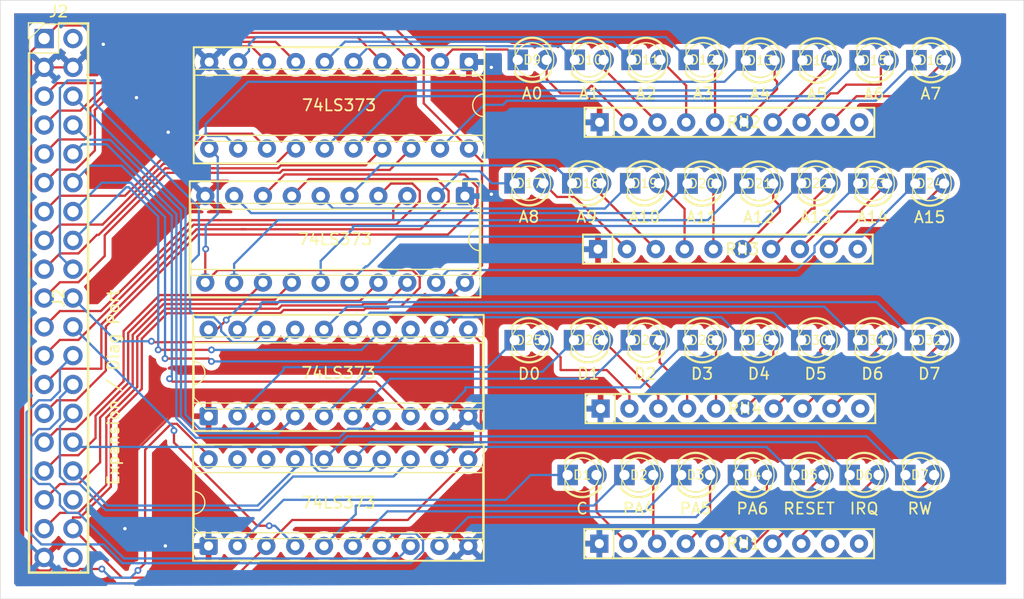
<source format=kicad_pcb>
(kicad_pcb (version 20241229) (generator "pcbnew") (generator_version "9.0")
  (layers (0 "F.Cu" signal) (2 "B.Cu" signal) (13 "F.Paste" user) (15 "B.Paste" user) (5 "F.SilkS" user "F.Silkscreen") (7 "B.SilkS" user "B.Silkscreen") (1 "F.Mask" user) (3 "B.Mask" user) (25 "Edge.Cuts" user))
  (net 0 "")
  (net 1 "Net-(D1-A)")
  (net 2 "Net-(D1-K)")
  (net 3 "Net-(D2-A)")
  (net 4 "Net-(D2-K)")
  (net 5 "Net-(D3-K)")
  (net 6 "Net-(D3-A)")
  (net 7 "Net-(D4-A)")
  (net 8 "Net-(D4-K)")
  (net 9 "Net-(D5-K)")
  (net 10 "Net-(D5-A)")
  (net 11 "Net-(D6-A)")
  (net 12 "Net-(D6-K)")
  (net 13 "Net-(D7-A)")
  (net 14 "Net-(D7-K)")
  (net 15 "Net-(D9-A)")
  (net 16 "Net-(D9-K)")
  (net 17 "Net-(D10-K)")
  (net 18 "Net-(D10-A)")
  (net 19 "Net-(D11-K)")
  (net 20 "Net-(D11-A)")
  (net 21 "Net-(D12-K)")
  (net 22 "Net-(D12-A)")
  (net 23 "Net-(D13-K)")
  (net 24 "Net-(D13-A)")
  (net 25 "Net-(D14-K)")
  (net 26 "Net-(D14-A)")
  (net 27 "Net-(D15-A)")
  (net 28 "Net-(D15-K)")
  (net 29 "Net-(D16-K)")
  (net 30 "Net-(D16-A)")
  (net 31 "Net-(D17-K)")
  (net 32 "Net-(D17-A)")
  (net 33 "Net-(D18-A)")
  (net 34 "Net-(D18-K)")
  (net 35 "Net-(D19-K)")
  (net 36 "Net-(D19-A)")
  (net 37 "Net-(D20-K)")
  (net 38 "Net-(D20-A)")
  (net 39 "Net-(D21-K)")
  (net 40 "Net-(D21-A)")
  (net 41 "Net-(D22-K)")
  (net 42 "Net-(D22-A)")
  (net 43 "Net-(D23-A)")
  (net 44 "Net-(D23-K)")
  (net 45 "Net-(D24-A)")
  (net 46 "Net-(D24-K)")
  (net 47 "Net-(D25-A)")
  (net 48 "Net-(D25-K)")
  (net 49 "Net-(D26-K)")
  (net 50 "Net-(D26-A)")
  (net 51 "Net-(D27-K)")
  (net 52 "Net-(D27-A)")
  (net 53 "Net-(D28-K)")
  (net 54 "Net-(D28-A)")
  (net 55 "Net-(D29-K)")
  (net 56 "Net-(D29-A)")
  (net 57 "Net-(D30-A)")
  (net 58 "Net-(D30-K)")
  (net 59 "Net-(D31-K)")
  (net 60 "Net-(D31-A)")
  (net 61 "Net-(D32-K)")
  (net 62 "Net-(D32-A)")
  (net 63 "A3")
  (net 64 "RW")
  (net 65 "D5")
  (net 66 "D6")
  (net 67 "A12")
  (net 68 "D3")
  (net 69 "GND")
  (net 70 "IRQ")
  (net 71 "A13")
  (net 72 "A15")
  (net 73 "D7")
  (net 74 "A0")
  (net 75 "PA4")
  (net 76 "D4")
  (net 77 "A10")
  (net 78 "A8")
  (net 79 "PA5")
  (net 80 "A14")
  (net 81 "A7")
  (net 82 "D0")
  (net 83 "A5")
  (net 84 "D2")
  (net 85 "VCC")
  (net 86 "D1")
  (net 87 "3.3v")
  (net 88 "clock")
  (net 89 "Reset")
  (net 90 "A9")
  (net 91 "A2")
  (net 92 "A11")
  (net 93 "A6")
  (net 94 "A4")
  (net 95 "PA6")
  (net 96 "A1")
  (footprint "Package_DIP:DIP-20_W7.62mm_Socket" (layer "F.Cu") (at 89.513 76.825 90)
    (property "Reference" "U4" (hide yes))
    (property "Value" "74LS373")
  )
  (footprint "LED_THT:LED_D3.0mm" (layer "F.Cu") (at 131.775 34)
    (property "Reference" "D12" (hide yes))
    (property "Value" "A3")
  )
  (footprint "LED_THT:LED_D3.0mm" (layer "F.Cu") (at 141.7 44.875)
    (property "Reference" "D22" (hide yes))
    (property "Value" "A13")
  )
  (footprint "LED_THT:LED_D3.0mm" (layer "F.Cu") (at 121.75 34)
    (property "Reference" "D10" (hide yes))
    (property "Value" "A1")
  )
  (footprint "LED_THT:LED_D3.0mm" (layer "F.Cu") (at 126.75 34)
    (property "Reference" "D11" (hide yes))
    (property "Value" "A2")
  )
  (footprint "LED_THT:LED_D3.0mm" (layer "F.Cu") (at 141.8 34.05)
    (property "Reference" "D14" (hide yes))
    (property "Value" "A5")
  )
  (footprint "LED_THT:LED_D3.0mm" (layer "F.Cu") (at 136.685 58.7)
    (property "Reference" "D29" (hide yes))
    (property "Value" "D4")
  )
  (footprint "LED_THT:LED_D3.0mm" (layer "F.Cu") (at 146.685 58.7)
    (property "Reference" "D31" (hide yes))
    (property "Value" "D6")
  )
  (footprint "LED_THT:LED_D3.0mm" (layer "F.Cu") (at 126.12 70.575)
    (property "Reference" "D2" (hide yes))
    (property "Value" "PA4")
  )
  (footprint "Package_DIP:DIP-20_W7.62mm_Socket" (layer "F.Cu") (at 112.43 34.19 -90)
    (property "Reference" "U1" (hide yes))
    (property "Value" "74LS373")
  )
  (footprint "LED_THT:LED_D3.0mm" (layer "F.Cu") (at 145.95 70.575)
    (property "Reference" "D6" (hide yes))
    (property "Value" "IRQ")
  )
  (footprint "LED_THT:LED_D3.0mm" (layer "F.Cu") (at 121.12 70.575)
    (property "Reference" "D1" (hide yes))
    (property "Value" "C")
  )
  (footprint "Resistor_THT:R_Array_SIP10" (layer "F.Cu") (at 123.91 76.625)
    (property "Reference" "RN1" (hide yes))
    (property "Value" "R_Network09" (hide yes))
  )
  (footprint "LED_THT:LED_D3.0mm" (layer "F.Cu") (at 116.73 34)
    (property "Reference" "D9" (hide yes))
    (property "Value" "A0")
  )
  (footprint "LED_THT:LED_D3.0mm" (layer "F.Cu") (at 126.625 44.875)
    (property "Reference" "D19" (hide yes))
    (property "Value" "A10")
  )
  (footprint "LED_THT:LED_D3.0mm" (layer "F.Cu") (at 141.685 58.7)
    (property "Reference" "D30" (hide yes))
    (property "Value" "D5")
  )
  (footprint "LED_THT:LED_D3.0mm" (layer "F.Cu") (at 116.455 58.7)
    (property "Reference" "D25" (hide yes))
    (property "Value" "D0")
  )
  (footprint "LED_THT:LED_D3.0mm" (layer "F.Cu") (at 131.675 44.9)
    (property "Reference" "D20" (hide yes))
    (property "Value" "A11")
  )
  (footprint "LED_THT:LED_D3.0mm" (layer "F.Cu") (at 131.12 70.575)
    (property "Reference" "D3" (hide yes))
    (property "Value" "PA5")
  )
  (footprint "Resistor_THT:R_Array_SIP10" (layer "F.Cu") (at 123.935 39.5)
    (property "Reference" "RN2" (hide yes))
    (property "Value" "R_Network09" (hide yes))
  )
  (footprint "LED_THT:LED_D3.0mm" (layer "F.Cu") (at 126.685 58.7)
    (property "Reference" "D27" (hide yes))
    (property "Value" "D2")
  )
  (footprint "Package_DIP:DIP-20_W7.62mm_Socket" (layer "F.Cu") (at 89.513 65.395 90)
    (property "Reference" "UPackage_DIP:DIP-20_W7.62mm_Socket1" (hide yes))
    (property "Value" "74LS373")
  )
  (footprint "LED_THT:LED_D3.0mm" (layer "F.Cu") (at 121.685 58.7)
    (property "Reference" "D26" (hide yes))
    (property "Value" "D1")
  )
  (footprint "LED_THT:LED_D3.0mm" (layer "F.Cu") (at 150.85 70.575)
    (property "Reference" "D7" (hide yes))
    (property "Value" "RW")
  )
  (footprint "LED_THT:LED_D3.0mm" (layer "F.Cu") (at 151.685 58.7)
    (property "Reference" "D32" (hide yes))
    (property "Value" "D7")
  )
  (footprint "LED_THT:LED_D3.0mm" (layer "F.Cu") (at 136.8 34.05)
    (property "Reference" "D13" (hide yes))
    (property "Value" "A4")
  )
  (footprint "LED_THT:LED_D3.0mm" (layer "F.Cu") (at 136.12 70.575)
    (property "Reference" "D4" (hide yes))
    (property "Value" "PA6")
  )
  (footprint "Resistor_THT:R_Array_SIP10" (layer "F.Cu") (at 123.795 50.675)
    (property "Reference" "RN3" (hide yes))
    (property "Value" "R_Network09" (hide yes))
  )
  (footprint "LED_THT:LED_D3.0mm" (layer "F.Cu") (at 151.825 34.025)
    (property "Reference" "D16" (hide yes))
    (property "Value" "A7")
  )
  (footprint "Connector_PinHeader_2.54mm:PinHeader_2x19_P2.54mm_Vertical" (layer "F.Cu") (at 75.035 32.121)
    (property "Reference" "J2")
    (property "Value" "Expansion / Diag Port")
  )
  (footprint "LED_THT:LED_D3.0mm" (layer "F.Cu") (at 131.685 58.7)
    (property "Reference" "D28" (hide yes))
    (property "Value" "D3")
  )
  (footprint "LED_THT:LED_D3.0mm" (layer "F.Cu") (at 146.705 44.9)
    (property "Reference" "D23" (hide yes))
    (property "Value" "A14")
  )
  (footprint "LED_THT:LED_D3.0mm" (layer "F.Cu") (at 116.45 44.875)
    (property "Reference" "D17" (hide yes))
    (property "Value" "A8")
  )
  (footprint "LED_THT:LED_D3.0mm" (layer "F.Cu") (at 141.1 70.575)
    (property "Reference" "D5" (hide yes))
    (property "Value" "RESET")
  )
  (footprint "LED_THT:LED_D3.0mm" (layer "F.Cu") (at 136.68 44.9)
    (property "Reference" "D21" (hide yes))
    (property "Value" "A12")
  )
  (footprint "LED_THT:LED_D3.0mm" (layer "F.Cu") (at 146.825 34.05)
    (property "Reference" "D15" (hide yes))
    (property "Value" "A6")
  )
  (footprint "LED_THT:LED_D3.0mm" (layer "F.Cu") (at 121.525 44.875)
    (property "Reference" "D18" (hide yes))
    (property "Value" "A9")
  )
  (footprint "Package_DIP:DIP-20_W7.62mm_Socket" (layer "F.Cu") (at 112.08 46 -90)
    (property "Reference" "U2" (hide yes))
    (property "Value" "74LS373")
  )
  (footprint "Resistor_THT:R_Array_SIP10" (layer "F.Cu") (at 124.02 64.725)
    (property "Reference" "RN4" (hide yes))
    (property "Value" "R_Network09" (hide yes))
  )
  (footprint "LED_THT:LED_D3.0mm" (layer "F.Cu") (at 151.725 44.9)
    (property "Reference" "D24" (hide yes))
    (property "Value" "A15")
  )
  (gr_rect (start 72.5 30) (end 159.617 80.127) (stroke (width 0.2)) (fill no) (layer "F.Cu") (net 69))
  (gr_rect (start 72.5 30) (end 159.617 80.127) (stroke (width 0.2)) (fill no) (layer "B.Cu") (net 69))
  (gr_rect (start 71.175 28.75) (end 161.275 81.5) (stroke (width 0.05)) (fill no) (layer "Edge.Cuts"))
  (segment (start 123.66 73.835) (end 126.45 76.625) (width 0.2) (layer "F.Cu") (net 1))
  (segment (start 123.66 70.575) (end 123.66 73.835) (width 0.2) (layer "F.Cu") (net 1))
  (segment (start 117.861 70.575) (end 115.675 72.761) (width 0.2) (layer "B.Cu") (net 2))
  (segment (start 96.117 72.761) (end 92.053 76.825) (width 0.2) (layer "B.Cu") (net 2))
  (segment (start 121.12 70.575) (end 117.861 70.575) (width 0.2) (layer "B.Cu") (net 2))
  (segment (start 115.675 72.761) (end 96.117 72.761) (width 0.2) (layer "B.Cu") (net 2))
  (segment (start 128.66 70.575) (end 128.66 76.295) (width 0.2) (layer "F.Cu") (net 3))
  (segment (start 128.66 76.295) (end 128.99 76.625) (width 0.2) (layer "F.Cu") (net 3))
  (segment (start 126.12 70.575) (end 123.426 73.269) (width 0.2) (layer "B.Cu") (net 4))
  (segment (start 123.426 73.269) (end 102.467 73.269) (width 0.2) (layer "B.Cu") (net 4))
  (segment (start 102.467 74.031) (end 99.673 76.825) (width 0.2) (layer "B.Cu") (net 4))
  (segment (start 102.467 73.269) (end 102.467 74.031) (width 0.2) (layer "B.Cu") (net 4))
  (segment (start 105.261 73.777) (end 102.213 76.825) (width 0.2) (layer "B.Cu") (net 5))
  (segment (start 131.12 70.575) (end 127.918 73.777) (width 0.2) (layer "B.Cu") (net 5))
  (segment (start 127.918 73.777) (end 105.261 73.777) (width 0.2) (layer "B.Cu") (net 5))
  (segment (start 133.66 74.495) (end 131.53 76.625) (width 0.2) (layer "F.Cu") (net 6))
  (segment (start 133.66 70.575) (end 133.66 74.495) (width 0.2) (layer "F.Cu") (net 6))
  (segment (start 138.66 72.035) (end 134.07 76.625) (width 0.2) (layer "F.Cu") (net 7))
  (segment (start 138.66 70.575) (end 138.66 72.035) (width 0.2) (layer "F.Cu") (net 7))
  (segment (start 112.373 74.285) (end 109.833 76.825) (width 0.2) (layer "B.Cu") (net 8))
  (segment (start 136.12 70.575) (end 132.41 74.285) (width 0.2) (layer "B.Cu") (net 8))
  (segment (start 132.41 74.285) (end 112.373 74.285) (width 0.2) (layer "B.Cu") (net 8))
  (segment (start 138.629 68.104) (end 110.934 68.104) (width 0.2) (layer "B.Cu") (net 9))
  (segment (start 110.934 68.104) (end 109.833 69.205) (width 0.2) (layer "B.Cu") (net 9))
  (segment (start 141.1 70.575) (end 138.629 68.104) (width 0.2) (layer "B.Cu") (net 9))
  (segment (start 143.64 70.575) (end 137.59 76.625) (width 0.2) (layer "F.Cu") (net 10))
  (segment (start 137.59 76.625) (end 136.61 76.625) (width 0.2) (layer "F.Cu") (net 10))
  (segment (start 141.998 73.777) (end 145.288 73.777) (width 0.2) (layer "F.Cu") (net 11))
  (segment (start 145.288 73.777) (end 148.49 70.575) (width 0.2) (layer "F.Cu") (net 11))
  (segment (start 139.15 76.625) (end 141.998 73.777) (width 0.2) (layer "F.Cu") (net 11))
  (segment (start 145.95 70.575) (end 143.056 67.681) (width 0.2) (layer "B.Cu") (net 12))
  (segment (start 103.737 67.681) (end 102.213 69.205) (width 0.2) (layer "B.Cu") (net 12))
  (segment (start 143.056 67.681) (end 103.737 67.681) (width 0.2) (layer "B.Cu") (net 12))
  (segment (start 149.426 74.539) (end 153.39 70.575) (width 0.2) (layer "F.Cu") (net 13))
  (segment (start 141.69 75.956) (end 143.107 74.539) (width 0.2) (layer "F.Cu") (net 13))
  (segment (start 141.69 76.625) (end 141.69 75.956) (width 0.2) (layer "F.Cu") (net 13))
  (segment (start 143.107 74.539) (end 149.426 74.539) (width 0.2) (layer "F.Cu") (net 13))
  (segment (start 150.85 70.575) (end 147.448 67.173) (width 0.2) (layer "B.Cu") (net 14))
  (segment (start 101.705 67.173) (end 99.673 69.205) (width 0.2) (layer "B.Cu") (net 14))
  (segment (start 147.448 67.173) (end 101.705 67.173) (width 0.2) (layer "B.Cu") (net 14))
  (segment (start 120.501 36.947) (end 119.27 35.716) (width 0.2) (layer "F.Cu") (net 15))
  (segment (start 122.533 36.947) (end 120.501 36.947) (width 0.2) (layer "F.Cu") (net 15))
  (segment (start 126.475 39.5) (end 123.263 36.288) (width 0.2) (layer "F.Cu") (net 15))
  (segment (start 119.27 35.716) (end 119.27 34) (width 0.2) (layer "F.Cu") (net 15))
  (segment (start 123.192 36.288) (end 122.533 36.947) (width 0.2) (layer "F.Cu") (net 15))
  (segment (start 123.263 36.288) (end 123.192 36.288) (width 0.2) (layer "F.Cu") (net 15))
  (segment (start 110.991 33.089) (end 115.819 33.089) (width 0.2) (layer "F.Cu") (net 16))
  (segment (start 109.89 34.19) (end 110.991 33.089) (width 0.2) (layer "F.Cu") (net 16))
  (segment (start 115.819 33.089) (end 116.73 34) (width 0.2) (layer "F.Cu") (net 16))
  (segment (start 121.75 34) (end 120.549 32.799) (width 0.2) (layer "B.Cu") (net 17))
  (segment (start 103.661 32.799) (end 102.27 34.19) (width 0.2) (layer "B.Cu") (net 17))
  (segment (start 120.549 32.799) (end 103.661 32.799) (width 0.2) (layer "B.Cu") (net 17))
  (segment (start 129.015 39.5) (end 124.29 34.775) (width 0.2) (layer "F.Cu") (net 18))
  (segment (start 124.29 34.775) (end 124.29 34) (width 0.2) (layer "F.Cu") (net 18))
  (segment (start 126.75 34) (end 125.148 32.398) (width 0.2) (layer "B.Cu") (net 19))
  (segment (start 125.148 32.398) (end 101.522 32.398) (width 0.2) (layer "B.Cu") (net 19))
  (segment (start 101.522 32.398) (end 99.73 34.19) (width 0.2) (layer "B.Cu") (net 19))
  (segment (start 131.555 36.265) (end 129.29 34) (width 0.2) (layer "F.Cu") (net 20))
  (segment (start 131.555 39.5) (end 131.555 36.265) (width 0.2) (layer "F.Cu") (net 20))
  (segment (start 129.772 31.997) (end 93.701 31.997) (width 0.2) (layer "B.Cu") (net 21))
  (segment (start 93.701 31.997) (end 93.069 32.629) (width 0.2) (layer "B.Cu") (net 21))
  (segment (start 93.069 32.629) (end 93.069 33.231) (width 0.2) (layer "B.Cu") (net 21))
  (segment (start 131.775 34) (end 129.772 31.997) (width 0.2) (layer "B.Cu") (net 21))
  (segment (start 93.069 33.231) (end 92.11 34.19) (width 0.2) (layer "B.Cu") (net 21))
  (segment (start 134.095 34.22) (end 134.315 34) (width 0.2) (layer "F.Cu") (net 22))
  (segment (start 134.095 39.5) (end 134.095 34.22) (width 0.2) (layer "F.Cu") (net 22))
  (segment (start 89.259 39.653057) (end 89.259 40.503) (width 0.2) (layer "B.Cu") (net 23))
  (segment (start 89.465 40.709) (end 91.009 40.709) (width 0.2) (layer "B.Cu") (net 23))
  (segment (start 89.259 40.503) (end 89.465 40.709) (width 0.2) (layer "B.Cu") (net 23))
  (segment (start 136.8 34.05) (end 134.919 35.931) (width 0.2) (layer "B.Cu") (net 23))
  (segment (start 91.009 40.709) (end 92.11 41.81) (width 0.2) (layer "B.Cu") (net 23))
  (segment (start 134.919 35.931) (end 92.981057 35.931) (width 0.2) (layer "B.Cu") (net 23))
  (segment (start 92.981057 35.931) (end 89.259 39.653057) (width 0.2) (layer "B.Cu") (net 23))
  (segment (start 136.635 39.5) (end 139.551 36.584) (width 0.2) (layer "F.Cu") (net 24))
  (segment (start 139.551 36.584) (end 139.551 35.931) (width 0.2) (layer "F.Cu") (net 24))
  (segment (start 139.34 35.72) (end 139.34 34.05) (width 0.2) (layer "F.Cu") (net 24))
  (segment (start 139.551 35.931) (end 139.34 35.72) (width 0.2) (layer "F.Cu") (net 24))
  (segment (start 139.157 36.693) (end 104.847 36.693) (width 0.2) (layer "B.Cu") (net 25))
  (segment (start 141.8 34.05) (end 139.157 36.693) (width 0.2) (layer "B.Cu") (net 25))
  (segment (start 104.847 36.693) (end 99.73 41.81) (width 0.2) (layer "B.Cu") (net 25))
  (segment (start 144.34 34.335) (end 144.34 34.05) (width 0.2) (layer "F.Cu") (net 26))
  (segment (start 139.175 39.5) (end 144.34 34.335) (width 0.2) (layer "F.Cu") (net 26))
  (segment (start 141.715 39.5) (end 144.268 36.947) (width 0.2) (layer "F.Cu") (net 27))
  (segment (start 148.695 36.185) (end 148.695 34.72) (width 0.2) (layer "F.Cu") (net 27))
  (segment (start 148.695 34.72) (end 149.365 34.05) (width 0.2) (layer "F.Cu") (net 27))
  (segment (start 144.885 36.947) (end 145.647 36.185) (width 0.2) (layer "F.Cu") (net 27))
  (segment (start 144.268 36.947) (end 144.885 36.947) (width 0.2) (layer "F.Cu") (net 27))
  (segment (start 145.647 36.185) (end 148.695 36.185) (width 0.2) (layer "F.Cu") (net 27))
  (segment (start 106.785 37.201) (end 106.277 37.709) (width 0.2) (layer "B.Cu") (net 28))
  (segment (start 143.674 37.201) (end 106.785 37.201) (width 0.2) (layer "B.Cu") (net 28))
  (segment (start 106.277 37.709) (end 106.277 37.803) (width 0.2) (layer "B.Cu") (net 28))
  (segment (start 106.277 37.803) (end 102.27 41.81) (width 0.2) (layer "B.Cu") (net 28))
  (segment (start 146.825 34.05) (end 143.674 37.201) (width 0.2) (layer "B.Cu") (net 28))
  (segment (start 148.248 37.602) (end 115.782 37.602) (width 0.2) (layer "B.Cu") (net 29))
  (segment (start 115.421 37.963) (end 113.737 37.963) (width 0.2) (layer "B.Cu") (net 29))
  (segment (start 113.737 37.963) (end 109.89 41.81) (width 0.2) (layer "B.Cu") (net 29))
  (segment (start 151.825 34.025) (end 148.248 37.602) (width 0.2) (layer "B.Cu") (net 29))
  (segment (start 115.782 37.602) (end 115.421 37.963) (width 0.2) (layer "B.Cu") (net 29))
  (segment (start 144.255 39.5) (end 146.554 37.201) (width 0.2) (layer "F.Cu") (net 30))
  (segment (start 151.189 37.201) (end 154.365 34.025) (width 0.2) (layer "F.Cu") (net 30))
  (segment (start 146.554 37.201) (end 151.189 37.201) (width 0.2) (layer "F.Cu") (net 30))
  (segment (start 111.735 43.805) (end 109.54 46) (width 0.2) (layer "B.Cu") (net 31))
  (segment (start 113.389 43.805) (end 111.735 43.805) (width 0.2) (layer "B.Cu") (net 31))
  (segment (start 114.459 44.875) (end 113.389 43.805) (width 0.2) (layer "B.Cu") (net 31))
  (segment (start 116.45 44.875) (end 114.459 44.875) (width 0.2) (layer "B.Cu") (net 31))
  (segment (start 120.191 46.076) (end 118.99 44.875) (width 0.2) (layer "F.Cu") (net 32))
  (segment (start 121.736 46.076) (end 120.191 46.076) (width 0.2) (layer "F.Cu") (net 32))
  (segment (start 126.335 50.675) (end 121.736 46.076) (width 0.2) (layer "F.Cu") (net 32))
  (segment (start 128.875 50.675) (end 124.065 45.865) (width 0.2) (layer "F.Cu") (net 33))
  (segment (start 124.065 45.865) (end 124.065 44.875) (width 0.2) (layer "F.Cu") (net 33))
  (segment (start 104.623 43.297) (end 101.92 46) (width 0.2) (layer "B.Cu") (net 34))
  (segment (start 119.947 43.297) (end 104.623 43.297) (width 0.2) (layer "B.Cu") (net 34))
  (segment (start 121.525 44.875) (end 119.947 43.297) (width 0.2) (layer "B.Cu") (net 34))
  (segment (start 100.481 47.101) (end 99.38 46) (width 0.2) (layer "B.Cu") (net 35))
  (segment (start 126.625 44.875) (end 124.399 47.101) (width 0.2) (layer "B.Cu") (net 35))
  (segment (start 124.399 47.101) (end 100.481 47.101) (width 0.2) (layer "B.Cu") (net 35))
  (segment (start 131.415 47.125) (end 129.165 44.875) (width 0.2) (layer "F.Cu") (net 36))
  (segment (start 131.415 50.675) (end 131.415 47.125) (width 0.2) (layer "F.Cu") (net 36))
  (segment (start 129.073 47.502) (end 93.262 47.502) (width 0.2) (layer "B.Cu") (net 37))
  (segment (start 93.262 47.502) (end 91.76 46) (width 0.2) (layer "B.Cu") (net 37))
  (segment (start 131.675 44.9) (end 129.073 47.502) (width 0.2) (layer "B.Cu") (net 37))
  (segment (start 133.955 50.675) (end 133.955 45.16) (width 0.2) (layer "F.Cu") (net 38))
  (segment (start 133.955 45.16) (end 134.215 44.9) (width 0.2) (layer "F.Cu") (net 38))
  (segment (start 136.68 44.9) (end 133.457 48.123) (width 0.2) (layer "B.Cu") (net 39))
  (segment (start 95.609 48.123) (end 91.76 51.972) (width 0.2) (layer "B.Cu") (net 39))
  (segment (start 91.76 51.972) (end 91.76 53.62) (width 0.2) (layer "B.Cu") (net 39))
  (segment (start 133.457 48.123) (end 95.609 48.123) (width 0.2) (layer "B.Cu") (net 39))
  (segment (start 139.22 46.268) (end 139.22 44.9) (width 0.2) (layer "F.Cu") (net 40))
  (segment (start 136.495 50.675) (end 139.805 47.365) (width 0.2) (layer "F.Cu") (net 40))
  (segment (start 139.805 47.365) (end 139.805 46.853) (width 0.2) (layer "F.Cu") (net 40))
  (segment (start 139.805 46.853) (end 139.22 46.268) (width 0.2) (layer "F.Cu") (net 40))
  (segment (start 141.7 44.875) (end 137.944 48.631) (width 0.2) (layer "B.Cu") (net 41))
  (segment (start 137.944 48.631) (end 102.213 48.631) (width 0.2) (layer "B.Cu") (net 41))
  (segment (start 99.38 51.718) (end 99.38 53.62) (width 0.2) (layer "B.Cu") (net 41))
  (segment (start 102.213 48.631) (end 102.213 48.885) (width 0.2) (layer "B.Cu") (net 41))
  (segment (start 102.213 48.885) (end 99.38 51.718) (width 0.2) (layer "B.Cu") (net 41))
  (segment (start 142.603 47.107) (end 142.853 47.107) (width 0.2) (layer "F.Cu") (net 42))
  (segment (start 142.853 47.107) (end 142.853 46.262) (width 0.2) (layer "F.Cu") (net 42))
  (segment (start 142.853 46.262) (end 144.24 44.875) (width 0.2) (layer "F.Cu") (net 42))
  (segment (start 139.035 50.675) (end 142.603 47.107) (width 0.2) (layer "F.Cu") (net 42))
  (segment (start 144.889 47.361) (end 146.917 47.361) (width 0.2) (layer "F.Cu") (net 43))
  (segment (start 146.917 47.361) (end 146.917 47.228) (width 0.2) (layer "F.Cu") (net 43))
  (segment (start 146.917 47.228) (end 149.245 44.9) (width 0.2) (layer "F.Cu") (net 43))
  (segment (start 141.575 50.675) (end 144.889 47.361) (width 0.2) (layer "F.Cu") (net 43))
  (segment (start 142.031 49.574) (end 106.096 49.574) (width 0.2) (layer "B.Cu") (net 44))
  (segment (start 106.096 49.574) (end 103.483 52.187) (width 0.2) (layer "B.Cu") (net 44))
  (segment (start 103.353 52.187) (end 101.92 53.62) (width 0.2) (layer "B.Cu") (net 44))
  (segment (start 146.705 44.9) (end 142.031 49.574) (width 0.2) (layer "B.Cu") (net 44))
  (segment (start 103.483 52.187) (end 103.353 52.187) (width 0.2) (layer "B.Cu") (net 44))
  (segment (start 151.235 48.123) (end 151.235 47.93) (width 0.2) (layer "F.Cu") (net 45))
  (segment (start 146.667 48.123) (end 151.235 48.123) (width 0.2) (layer "F.Cu") (net 45))
  (segment (start 144.115 50.675) (end 146.667 48.123) (width 0.2) (layer "F.Cu") (net 45))
  (segment (start 151.235 47.93) (end 154.265 44.9) (width 0.2) (layer "F.Cu") (net 45))
  (segment (start 141.28805 52.519) (end 110.641 52.519) (width 0.2) (layer "B.Cu") (net 46))
  (segment (start 147.051 49.574) (end 143.65895 49.574) (width 0.2) (layer "B.Cu") (net 46))
  (segment (start 151.725 44.9) (end 147.051 49.574) (width 0.2) (layer "B.Cu") (net 46))
  (segment (start 142.853 50.37995) (end 142.853 50.95405) (width 0.2) (layer "B.Cu") (net 46))
  (segment (start 143.65895 49.574) (end 142.853 50.37995) (width 0.2) (layer "B.Cu") (net 46))
  (segment (start 110.641 52.519) (end 109.54 53.62) (width 0.2) (layer "B.Cu") (net 46))
  (segment (start 142.853 50.95405) (end 141.28805 52.519) (width 0.2) (layer "B.Cu") (net 46))
  (segment (start 120.501 61.331) (end 120.501 60.206) (width 0.2) (layer "F.Cu") (net 47))
  (segment (start 120.501 60.206) (end 118.995 58.7) (width 0.2) (layer "F.Cu") (net 47))
  (segment (start 124.565 61.331) (end 120.501 61.331) (width 0.2) (layer "F.Cu") (net 47))
  (segment (start 126.56 63.326) (end 124.565 61.331) (width 0.2) (layer "F.Cu") (net 47))
  (segment (start 126.56 64.725) (end 126.56 63.326) (width 0.2) (layer "F.Cu") (net 47))
  (segment (start 116.455 58.7) (end 114.078 61.077) (width 0.2) (layer "B.Cu") (net 48))
  (segment (start 114.078 61.077) (end 96.117 61.077) (width 0.2) (layer "B.Cu") (net 48))
  (segment (start 96.117 61.077) (end 96.117 61.331) (width 0.2) (layer "B.Cu") (net 48))
  (segment (start 96.117 61.331) (end 92.053 65.395) (width 0.2) (layer "B.Cu") (net 48))
  (segment (start 103.229 61.839) (end 99.673 65.395) (width 0.2) (layer "B.Cu") (net 49))
  (segment (start 103.229 61.478) (end 103.229 61.839) (width 0.2) (layer "B.Cu") (net 49))
  (segment (start 118.907 61.478) (end 103.229 61.478) (width 0.2) (layer "B.Cu") (net 49))
  (segment (start 121.685 58.7) (end 118.907 61.478) (width 0.2) (layer "B.Cu") (net 49))
  (segment (start 129.1 63.575) (end 124.225 58.7) (width 0.2) (layer "F.Cu") (net 50))
  (segment (start 129.1 64.725) (end 129.1 63.575) (width 0.2) (layer "F.Cu") (net 50))
  (segment (start 105.515 62.093) (end 102.213 65.395) (width 0.2) (layer "B.Cu") (net 51))
  (segment (start 126.685 58.7) (end 123.292 62.093) (width 0.2) (layer "B.Cu") (net 51))
  (segment (start 123.292 62.093) (end 105.515 62.093) (width 0.2) (layer "B.Cu") (net 51))
  (segment (start 129.225 60.657) (end 129.225 58.7) (width 0.2) (layer "F.Cu") (net 52))
  (segment (start 131.64 64.725) (end 131.64 63.072) (width 0.2) (layer "F.Cu") (net 52))
  (segment (start 131.64 63.072) (end 129.225 60.657) (width 0.2) (layer "F.Cu") (net 52))
  (segment (start 112.119 62.855) (end 112.119 63.109) (width 0.2) (layer "B.Cu") (net 53))
  (segment (start 112.119 63.109) (end 109.833 65.395) (width 0.2) (layer "B.Cu") (net 53))
  (segment (start 131.685 58.7) (end 127.53 62.855) (width 0.2) (layer "B.Cu") (net 53))
  (segment (start 127.53 62.855) (end 112.119 62.855) (width 0.2) (layer "B.Cu") (net 53))
  (segment (start 134.18 64.725) (end 134.18 58.745) (width 0.2) (layer "F.Cu") (net 54))
  (segment (start 134.18 58.745) (end 134.225 58.7) (width 0.2) (layer "F.Cu") (net 54))
  (segment (start 110.934 56.674) (end 109.833 57.775) (width 0.2) (layer "B.Cu") (net 55))
  (segment (start 134.659 56.674) (end 110.934 56.674) (width 0.2) (layer "B.Cu") (net 55))
  (segment (start 136.685 58.7) (end 134.659 56.674) (width 0.2) (layer "B.Cu") (net 55))
  (segment (start 139.225 61.149) (end 139.225 58.7) (width 0.2) (layer "F.Cu") (net 56))
  (segment (start 138.789 62.656) (end 138.789 61.585) (width 0.2) (layer "F.Cu") (net 56))
  (segment (start 136.72 64.725) (end 138.789 62.656) (width 0.2) (layer "F.Cu") (net 56))
  (segment (start 138.789 61.585) (end 139.225 61.149) (width 0.2) (layer "F.Cu") (net 56))
  (segment (start 139.26 64.725) (end 143.361 60.624) (width 0.2) (layer "F.Cu") (net 57))
  (segment (start 143.361 59.564) (end 144.225 58.7) (width 0.2) (layer "F.Cu") (net 57))
  (segment (start 143.361 60.624) (end 143.361 59.564) (width 0.2) (layer "F.Cu") (net 57))
  (segment (start 141.685 58.7) (end 139.258 56.273) (width 0.2) (layer "B.Cu") (net 58))
  (segment (start 139.258 56.273) (end 103.715 56.273) (width 0.2) (layer "B.Cu") (net 58))
  (segment (start 103.715 56.273) (end 102.213 57.775) (width 0.2) (layer "B.Cu") (net 58))
  (segment (start 101.705 55.743) (end 99.673 57.775) (width 0.2) (layer "B.Cu") (net 59))
  (segment (start 143.728 55.743) (end 101.705 55.743) (width 0.2) (layer "B.Cu") (net 59))
  (segment (start 146.685 58.7) (end 143.728 55.743) (width 0.2) (layer "B.Cu") (net 59))
  (segment (start 145.448 61.077) (end 146.848 61.077) (width 0.2) (layer "F.Cu") (net 60))
  (segment (start 146.848 61.077) (end 149.225 58.7) (width 0.2) (layer "F.Cu") (net 60))
  (segment (start 141.8 64.725) (end 145.448 61.077) (width 0.2) (layer "F.Cu") (net 60))
  (segment (start 94.232 55.342) (end 94.085 55.489) (width 0.2) (layer "B.Cu") (net 61))
  (segment (start 94.085 55.743) (end 92.053 57.775) (width 0.2) (layer "B.Cu") (net 61))
  (segment (start 94.085 55.489) (end 94.085 55.743) (width 0.2) (layer "B.Cu") (net 61))
  (segment (start 151.685 58.7) (end 148.327 55.342) (width 0.2) (layer "B.Cu") (net 61))
  (segment (start 148.327 55.342) (end 94.232 55.342) (width 0.2) (layer "B.Cu") (net 61))
  (segment (start 144.34 64.725) (end 147.226 61.839) (width 0.2) (layer "F.Cu") (net 62))
  (segment (start 151.086 61.839) (end 154.225 58.7) (width 0.2) (layer "F.Cu") (net 62))
  (segment (start 147.226 61.839) (end 151.086 61.839) (width 0.2) (layer "F.Cu") (net 62))
  (segment (start 85.1071 32.816) (end 79.5 38.4231) (width 0.2) (layer "F.Cu") (net 63))
  (segment (start 94.65 34.19) (end 93.276 32.816) (width 0.2) (layer "F.Cu") (net 63))
  (segment (start 77.81376 43.67) (end 76.186 43.67) (width 0.2) (layer "F.Cu") (net 63))
  (segment (start 76.186 43.67) (end 75.035 44.821) (width 0.2) (layer "F.Cu") (net 63))
  (segment (start 79.5 41.98376) (end 77.81376 43.67) (width 0.2) (layer "F.Cu") (net 63))
  (segment (start 93.276 32.816) (end 85.1071 32.816) (width 0.2) (layer "F.Cu") (net 63))
  (segment (start 79.5 38.4231) (end 79.5 41.98376) (width 0.2) (layer "F.Cu") (net 63))
  (segment (start 97.133 69.967) (end 97.133 69.205) (width 0.2) (layer "B.Cu") (net 64))
  (segment (start 77.575 70.221) (end 80.623 73.269) (width 0.2) (layer "B.Cu") (net 64))
  (segment (start 93.831 73.269) (end 97.133 69.967) (width 0.2) (layer "B.Cu") (net 64))
  (segment (start 80.623 73.269) (end 93.831 73.269) (width 0.2) (layer "B.Cu") (net 64))
  (segment (start 89.762847 59.548847) (end 89.767 59.553) (width 0.2) (layer "F.Cu") (net 65))
  (segment (start 85.078 59.548847) (end 89.762847 59.548847) (width 0.2) (layer "F.Cu") (net 65))
  (via (at 85.078 59.548847) (size 0.6) (drill 0.3) (layers "F.Cu" "B.Cu") (net 65))
  (via (at 89.767 59.553) (size 0.6) (drill 0.3) (layers "F.Cu" "B.Cu") (net 65))
  (segment (start 102.975 59.553) (end 104.753 57.775) (width 0.2) (layer "B.Cu") (net 65))
  (segment (start 77.575 49.901) (end 82.254 45.222) (width 0.2) (layer "B.Cu") (net 65))
  (segment (start 92.307 59.553) (end 97.641 59.553) (width 0.2) (layer "B.Cu") (net 65))
  (segment (start 89.767 59.553) (end 92.307 59.553) (width 0.2) (layer "B.Cu") (net 65))
  (segment (start 97.641 59.553) (end 102.975 59.553) (width 0.2) (layer "B.Cu") (net 65))
  (segment (start 82.4889 45.222) (end 85.078 47.8111) (width 0.2) (layer "B.Cu") (net 65))
  (segment (start 85.078 47.8111) (end 85.078 59.548847) (width 0.2) (layer "B.Cu") (net 65))
  (segment (start 82.254 45.222) (end 82.4889 45.222) (width 0.2) (layer "B.Cu") (net 65))
  (segment (start 87.882 56.144) (end 88.412 56.674) (width 0.2) (layer "B.Cu") (net 66))
  (segment (start 76.424 51.29) (end 76.424 36.48624) (width 0.2) (layer "B.Cu") (net 66))
  (segment (start 90.614 57.89305) (end 91.59695 58.876) (width 0.2) (layer "B.Cu") (net 66))
  (segment (start 87.882 51.93895) (end 87.882 56.144) (width 0.2) (layer "B.Cu") (net 66))
  (segment (start 88.658 46.99505) (end 88.658 51.16295) (width 0.2) (layer "B.Cu") (net 66))
  (segment (start 77.575 52.441) (end 76.424 51.29) (width 0.2) (layer "B.Cu") (net 66))
  (segment (start 90.614 57.31895) (end 90.614 57.89305) (width 0.2) (layer "B.Cu") (net 66))
  (segment (start 89.96905 56.674) (end 90.614 57.31895) (width 0.2) (layer "B.Cu") (net 66))
  (segment (start 77.09824 35.812) (end 79.488 35.812) (width 0.2) (layer "B.Cu") (net 66))
  (segment (start 88.658 51.16295) (end 87.882 51.93895) (width 0.2) (layer "B.Cu") (net 66))
  (segment (start 96.032 58.876) (end 97.133 57.775) (width 0.2) (layer "B.Cu") (net 66))
  (segment (start 88.412 56.674) (end 89.96905 56.674) (width 0.2) (layer "B.Cu") (net 66))
  (segment (start 91.59695 58.876) (end 96.032 58.876) (width 0.2) (layer "B.Cu") (net 66))
  (segment (start 79.488 35.812) (end 79.488 37.82505) (width 0.2) (layer "B.Cu") (net 66))
  (segment (start 79.488 37.82505) (end 88.658 46.99505) (width 0.2) (layer "B.Cu") (net 66))
  (segment (start 76.424 36.48624) (end 77.09824 35.812) (width 0.2) (layer "B.Cu") (net 66))
  (segment (start 93.199 54.721) (end 94.3 53.62) (width 0.2) (layer "F.Cu") (net 67))
  (segment (start 75.035 67.681) (end 76.186 66.53) (width 0.2) (layer "F.Cu") (net 67))
  (segment (start 82.02955 62.31421) (end 82.02955 57.89245) (width 0.2) (layer "F.Cu") (net 67))
  (segment (start 82.02955 57.89245) (end 85.201 54.721) (width 0.2) (layer "F.Cu") (net 67))
  (segment (start 77.81376 66.53) (end 82.02955 62.31421) (width 0.2) (layer "F.Cu") (net 67))
  (segment (start 76.186 66.53) (end 77.81376 66.53) (width 0.2) (layer "F.Cu") (net 67))
  (segment (start 85.201 54.721) (end 93.199 54.721) (width 0.2) (layer "F.Cu") (net 67))
  (segment (start 104.245 62.347) (end 86.333 62.347) (width 0.2) (layer "F.Cu") (net 68))
  (segment (start 86.333 62.347) (end 86.079 62.093) (width 0.2) (layer "F.Cu") (net 68))
  (segment (start 107.293 65.395) (end 104.245 62.347) (width 0.2) (layer "F.Cu") (net 68))
  (via (at 86.079 62.093) (size 0.6) (drill 0.3) (layers "F.Cu" "B.Cu") (net 68))
  (segment (start 86.278 47.7411) (end 86.278 54.219) (width 0.2) (layer "B.Cu") (net 68))
  (segment (start 86.278 61.894) (end 86.079 62.093) (width 0.2) (layer "B.Cu") (net 68))
  (segment (start 86.278 54.219) (end 86.278 61.894) (width 0.2) (layer "B.Cu") (net 68))
  (segment (start 77.575 44.821) (end 79.06945 43.32655) (width 0.2) (layer "B.Cu") (net 68))
  (segment (start 79.06945 43.32655) (end 81.86345 43.32655) (width 0.2) (layer "B.Cu") (net 68))
  (segment (start 81.86345 43.32655) (end 86.278 47.7411) (width 0.2) (layer "B.Cu") (net 68))
  (segment (start 79.607 32.629) (end 80.242 32.629) (width 0.2) (layer "F.Cu") (net 69))
  (segment (start 75.035 34.661) (end 77.575 34.661) (width 0.2) (layer "F.Cu") (net 69))
  (segment (start 123.935 39.5) (end 119.13074 39.5) (width 0.2) (layer "F.Cu") (net 69))
  (segment (start 89.513 65.395) (end 86.211 65.395) (width 0.2) (layer "F.Cu") (net 69))
  (segment (start 86.211 65.395) (end 82.147 69.459) (width 0.2) (layer "F.Cu") (net 69))
  (segment (start 119.13074 39.5) (end 114.405 44.22574) (width 0.2) (layer "F.Cu") (net 69))
  (segment (start 89.513 76.825) (end 89.767 76.825) (width 0.2) (layer "F.Cu") (net 69))
  (segment (start 114.405 34.661) (end 119.244 39.5) (width 0.2) (layer "F.Cu") (net 69))
  (segment (start 119.244 39.5) (end 123.935 39.5) (width 0.2) (layer "F.Cu") (net 69))
  (segment (start 114.405 44.22574) (end 114.405 45.837) (width 0.2) (layer "F.Cu") (net 69))
  (segment (start 77.575 34.661) (end 79.607 32.629) (width 0.2) (layer "F.Cu") (net 69))
  (segment (start 82.147 69.459) (end 82.147 75.301) (width 0.2) (layer "F.Cu") (net 69))
  (via (at 85.703 76.825) (size 0.6) (drill 0.3) (layers "F.Cu" "B.Cu") (net 69))
  (via (at 85.957 40.376) (size 0.6) (drill 0.3) (layers "F.Cu" "B.Cu") (net 69))
  (via (at 82.147 75.301) (size 0.6) (drill 0.3) (layers "F.Cu" "B.Cu") (net 69))
  (via (at 114.405 34.661) (size 0.6) (drill 0.3) (layers "F.Cu" "B.Cu") (net 69))
  (via (at 80.242 32.629) (size 0.6) (drill 0.3) (layers "F.Cu" "B.Cu") (net 69))
  (via (at 114.405 45.837) (size 0.6) (drill 0.3) (layers "F.Cu" "B.Cu") (net 69))
  (via (at 83.163 37.328) (size 0.6) (drill 0.3) (layers "F.Cu" "B.Cu") (net 69))
  (segment (start 113.934 34.19) (end 114.405 34.661) (width 0.2) (layer "B.Cu") (net 69))
  (segment (start 113.897 45.837) (end 113.734 46) (width 0.2) (layer "B.Cu") (net 69))
  (segment (start 113.734 46) (end 112.08 46) (width 0.2) (layer "B.Cu") (net 69))
  (segment (start 112.43 34.19) (end 113.934 34.19) (width 0.2) (layer "B.Cu") (net 69))
  (segment (start 114.405 45.837) (end 113.897 45.837) (width 0.2) (layer "B.Cu") (net 69))
  (segment (start 103.652 70.306) (end 104.753 69.205) (width 0.2) (layer "B.Cu") (net 70))
  (segment (start 97.92705 68.104) (end 98.572 68.74895) (width 0.2) (layer "B.Cu") (net 70))
  (segment (start 77.575 67.681) (end 77.998 68.104) (width 0.2) (layer "B.Cu") (net 70))
  (segment (start 77.998 68.104) (end 97.92705 68.104) (width 0.2) (layer "B.Cu") (net 70))
  (segment (start 98.572 68.74895) (end 98.572 69.66105) (width 0.2) (layer "B.Cu") (net 70))
  (segment (start 99.21695 70.306) (end 103.652 70.306) (width 0.2) (layer "B.Cu") (net 70))
  (segment (start 98.572 69.66105) (end 99.21695 70.306) (width 0.2) (layer "B.Cu") (net 70))
  (segment (start 82.43055 62.48031) (end 82.43055 58.05855) (width 0.2) (layer "F.Cu") (net 71))
  (segment (start 85.3671 55.122) (end 95.338 55.122) (width 0.2) (layer "F.Cu") (net 71))
  (segment (start 78.05176 68.832) (end 79.56143 67.32233) (width 0.2) (layer "F.Cu") (net 71))
  (segment (start 79.56143 65.34943) (end 82.43055 62.48031) (width 0.2) (layer "F.Cu") (net 71))
  (segment (start 79.56143 67.32233) (end 79.56143 65.34943) (width 0.2) (layer "F.Cu") (net 71))
  (segment (start 75.035 70.221) (end 76.424 68.832) (width 0.2) (layer "F.Cu") (net 71))
  (segment (start 82.43055 58.05855) (end 85.3671 55.122) (width 0.2) (layer "F.Cu") (net 71))
  (segment (start 95.338 55.122) (end 96.84 53.62) (width 0.2) (layer "F.Cu") (net 71))
  (segment (start 76.424 68.832) (end 78.05176 68.832) (width 0.2) (layer "F.Cu") (net 71))
  (segment (start 75.035 75.301) (end 76.424 73.912) (width 0.2) (layer "F.Cu") (net 72))
  (segment (start 95.6702 55.924) (end 95.9582 55.636) (width 0.2) (layer "F.Cu") (net 72))
  (segment (start 83.23255 58.39075) (end 85.6993 55.924) (width 0.2) (layer "F.Cu") (net 72))
  (segment (start 78.05176 73.912) (end 80.50953 71.45423) (width 0.2) (layer "F.Cu") (net 72))
  (segment (start 80.50953 65.53553) (end 83.23255 62.81251) (width 0.2) (layer "F.Cu") (net 72))
  (segment (start 103.1581 55.489) (end 105.131 55.489) (width 0.2) (layer "F.Cu") (net 72))
  (segment (start 76.424 73.912) (end 78.05176 73.912) (width 0.2) (layer "F.Cu") (net 72))
  (segment (start 103.0111 55.636) (end 103.1581 55.489) (width 0.2) (layer "F.Cu") (net 72))
  (segment (start 105.131 55.489) (end 107 53.62) (width 0.2) (layer "F.Cu") (net 72))
  (segment (start 85.6993 55.924) (end 95.6702 55.924) (width 0.2) (layer "F.Cu") (net 72))
  (segment (start 80.50953 71.45423) (end 80.50953 65.53553) (width 0.2) (layer "F.Cu") (net 72))
  (segment (start 95.9582 55.636) (end 103.0111 55.636) (width 0.2) (layer "F.Cu") (net 72))
  (segment (start 83.23255 62.81251) (end 83.23255 58.39075) (width 0.2) (layer "F.Cu") (net 72))
  (segment (start 84.563 58.876) (end 93.492 58.876) (width 0.2) (layer "F.Cu") (net 73))
  (segment (start 93.492 58.876) (end 94.593 57.775) (width 0.2) (layer "F.Cu") (net 73))
  (segment (start 84.478 58.791) (end 84.563 58.876) (width 0.2) (layer "F.Cu") (net 73))
  (via (at 84.478 58.791) (size 0.6) (drill 0.3) (layers "F.Cu" "B.Cu") (net 73))
  (segment (start 77.575 54.981) (end 81.385 58.791) (width 0.2) (layer "B.Cu") (net 73))
  (segment (start 81.385 58.791) (end 84.478 58.791) (width 0.2) (layer "B.Cu") (net 73))
  (segment (start 104.773 31.613) (end 84.433 31.613) (width 0.2) (layer "F.Cu") (net 74))
  (segment (start 107.35 34.19) (end 104.773 31.613) (width 0.2) (layer "F.Cu") (net 74))
  (segment (start 84.433 31.613) (end 79.996 36.05) (width 0.2) (layer "F.Cu") (net 74))
  (segment (start 76.186 36.05) (end 75.035 37.201) (width 0.2) (layer "F.Cu") (net 74))
  (segment (start 79.996 36.05) (end 76.186 36.05) (width 0.2) (layer "F.Cu") (net 74))
  (segment (start 86.465 67.71405) (end 93.79795 75.047) (width 0.2) (layer "F.Cu") (net 75))
  (segment (start 86.465 66.665) (end 86.465 67.71405) (width 0.2) (layer "F.Cu") (net 75))
  (segment (start 93.79795 75.047) (end 94.847 75.047) (width 0.2) (layer "F.Cu") (net 75))
  (via (at 86.465 66.665) (size 0.6) (drill 0.3) (layers "F.Cu" "B.Cu") (net 75))
  (via (at 94.847 75.047) (size 0.6) (drill 0.3) (layers "F.Cu" "B.Cu") (net 75))
  (segment (start 86.465 66.411) (end 86.465 66.665) (width 0.2) (layer "B.Cu") (net 75))
  (segment (start 94.847 75.047) (end 95.355 75.047) (width 0.2) (layer "B.Cu") (net 75))
  (segment (start 77.575 57.521) (end 86.465 66.411) (width 0.2) (layer "B.Cu") (net 75))
  (segment (start 95.355 75.047) (end 97.133 76.825) (width 0.2) (layer "B.Cu") (net 75))
  (segment (start 85.678 60.315) (end 89.513 60.315) (width 0.2) (layer "F.Cu") (net 76))
  (segment (start 89.513 60.315) (end 89.767 60.569) (width 0.2) (layer "F.Cu") (net 76))
  (via (at 89.767 60.569) (size 0.6) (drill 0.3) (layers "F.Cu" "B.Cu") (net 76))
  (via (at 85.678 60.315) (size 0.6) (drill 0.3) (layers "F.Cu" "B.Cu") (net 76))
  (segment (start 77.575 47.361) (end 80.115 44.821) (width 0.2) (layer "B.Cu") (net 76))
  (segment (start 85.678 47.844) (end 85.678 60.315) (width 0.2) (layer "B.Cu") (net 76))
  (segment (start 104.499 60.569) (end 107.293 57.775) (width 0.2) (layer "B.Cu") (net 76))
  (segment (start 82.655 44.821) (end 85.678 47.844) (width 0.2) (layer "B.Cu") (net 76))
  (segment (start 80.115 44.821) (end 82.655 44.821) (width 0.2) (layer "B.Cu") (net 76))
  (segment (start 89.767 60.569) (end 104.499 60.569) (width 0.2) (layer "B.Cu") (net 76))
  (segment (start 98.342 44.498) (end 96.84 46) (width 0.2) (layer "F.Cu") (net 77))
  (segment (start 76.424 61.212) (end 80.07095 61.212) (width 0.2) (layer "F.Cu") (net 77))
  (segment (start 110.641 45.54395) (end 109.59505 44.498) (width 0.2) (layer "F.Cu") (net 77))
  (segment (start 75.035 62.601) (end 76.424 61.212) (width 0.2) (layer "F.Cu") (net 77))
  (segment (start 108.17205 48.925) (end 110.641 46.45605) (width 0.2) (layer "F.Cu") (net 77))
  (segment (start 80.07095 57.31105) (end 88.457 48.925) (width 0.2) (layer "F.Cu") (net 77))
  (segment (start 88.457 48.925) (end 92.815 48.925) (width 0.2) (layer "F.Cu") (net 77))
  (segment (start 80.07095 61.212) (end 80.07095 57.31105) (width 0.2) (layer "F.Cu") (net 77))
  (segment (start 92.35795 48.925) (end 108.17205 48.925) (width 0.2) (layer "F.Cu") (net 77))
  (segment (start 110.641 46.45605) (end 110.641 45.54395) (width 0.2) (layer "F.Cu") (net 77))
  (segment (start 109.59505 44.498) (end 98.342 44.498) (width 0.2) (layer "F.Cu") (net 77))
  (segment (start 76.424 56.132) (end 80.02466 56.132) (width 0.2) (layer "F.Cu") (net 78))
  (segment (start 80.02466 56.132) (end 88.03366 48.123) (width 0.2) (layer "F.Cu") (net 78))
  (segment (start 105.769 47.231) (end 107 46) (width 0.2) (layer "F.Cu") (net 78))
  (segment (start 105.769 48.123) (end 105.769 47.231) (width 0.2) (layer "F.Cu") (net 78))
  (segment (start 88.03366 48.123) (end 105.769 48.123) (width 0.2) (layer "F.Cu") (net 78))
  (segment (start 75.035 57.521) (end 76.424 56.132) (width 0.2) (layer "F.Cu") (net 78))
  (segment (start 74.79624 76.69) (end 80.26266 76.69) (width 0.2) (layer "B.Cu") (net 79))
  (segment (start 107.32605 78.349) (end 108.394 77.28105) (width 0.2) (layer "B.Cu") (net 79))
  (segment (start 80.26266 76.69) (end 81.92166 78.349) (width 0.2) (layer "B.Cu") (net 79))
  (segment (start 73.483 75.37676) (end 74.79624 76.69) (width 0.2) (layer "B.Cu") (net 79))
  (segment (start 108.394 76.36895) (end 107.74905 75.724) (width 0.2) (layer "B.Cu") (net 79))
  (segment (start 73.483 65.06524) (end 73.483 75.37676) (width 0.2) (layer "B.Cu") (net 79))
  (segment (start 77.575 60.061) (end 76.424 61.212) (width 0.2) (layer "B.Cu") (net 79))
  (segment (start 75.6189 63.99) (end 74.55824 63.99) (width 0.2) (layer "B.Cu") (net 79))
  (segment (start 107.74905 75.724) (end 105.854 75.724) (width 0.2) (layer "B.Cu") (net 79))
  (segment (start 108.394 77.28105) (end 108.394 76.36895) (width 0.2) (layer "B.Cu") (net 79))
  (segment (start 74.55824 63.99) (end 73.483 65.06524) (width 0.2) (layer "B.Cu") (net 79))
  (segment (start 76.424 61.212) (end 76.424 63.1849) (width 0.2) (layer "B.Cu") (net 79))
  (segment (start 81.92166 78.349) (end 107.32605 78.349) (width 0.2) (layer "B.Cu") (net 79))
  (segment (start 105.854 75.724) (end 104.753 76.825) (width 0.2) (layer "B.Cu") (net 79))
  (segment (start 76.424 63.1849) (end 75.6189 63.99) (width 0.2) (layer "B.Cu") (net 79))
  (segment (start 75.035 72.761) (end 76.424 71.372) (width 0.2) (layer "F.Cu") (net 80))
  (segment (start 76.424 71.372) (end 78.05176 71.372) (width 0.2) (layer "F.Cu") (net 80))
  (segment (start 85.5332 55.523) (end 95.5041 55.523) (width 0.2) (layer "F.Cu") (net 80))
  (segment (start 82.83155 58.22465) (end 85.5332 55.523) (width 0.2) (layer "F.Cu") (net 80))
  (segment (start 95.5041 55.523) (end 95.7921 55.235) (width 0.2) (layer "F.Cu") (net 80))
  (segment (start 82.83155 62.64641) (end 82.83155 58.22465) (width 0.2) (layer "F.Cu") (net 80))
  (segment (start 78.05176 71.372) (end 79.96243 69.46133) (width 0.2) (layer "F.Cu") (net 80))
  (segment (start 102.845 55.235) (end 104.46 53.62) (width 0.2) (layer "F.Cu") (net 80))
  (segment (start 95.7921 55.235) (end 102.845 55.235) (width 0.2) (layer "F.Cu") (net 80))
  (segment (start 79.96243 65.51553) (end 82.83155 62.64641) (width 0.2) (layer "F.Cu") (net 80))
  (segment (start 79.96243 69.46133) (end 79.96243 65.51553) (width 0.2) (layer "F.Cu") (net 80))
  (segment (start 78.05176 53.592) (end 80.369 51.27476) (width 0.2) (layer "F.Cu") (net 81))
  (segment (start 76.424 53.592) (end 78.05176 53.592) (width 0.2) (layer "F.Cu") (net 81))
  (segment (start 80.369 51.27476) (end 80.369 49.4521) (width 0.2) (layer "F.Cu") (net 81))
  (segment (start 75.035 54.981) (end 76.424 53.592) (width 0.2) (layer "F.Cu") (net 81))
  (segment (start 80.369 49.4521) (end 85.8691 43.952) (width 0.2) (layer "F.Cu") (net 81))
  (segment (start 105.464 43.696) (end 107.35 41.81) (width 0.2) (layer "F.Cu") (net 81))
  (segment (start 96.0369 43.696) (end 105.464 43.696) (width 0.2) (layer "F.Cu") (net 81))
  (segment (start 95.7809 43.952) (end 96.0369 43.696) (width 0.2) (layer "F.Cu") (net 81))
  (segment (start 85.8691 43.952) (end 95.7809 43.952) (width 0.2) (layer "F.Cu") (net 81))
  (segment (start 93.492 66.496) (end 94.593 65.395) (width 0.2) (layer "B.Cu") (net 82))
  (segment (start 87.481 65.24916) (end 88.72784 66.496) (width 0.2) (layer "B.Cu") (net 82))
  (segment (start 88.72784 66.496) (end 93.492 66.496) (width 0.2) (layer "B.Cu") (net 82))
  (segment (start 87.481 47.107) (end 87.481 65.24916) (width 0.2) (layer "B.Cu") (net 82))
  (segment (start 77.575 37.201) (end 87.481 47.107) (width 0.2) (layer "B.Cu") (net 82))
  (segment (start 75.035 49.901) (end 76.424 48.512) (width 0.2) (layer "F.Cu") (net 83))
  (segment (start 96.7887 41.81) (end 97.19 41.81) (width 0.2) (layer "F.Cu") (net 83))
  (segment (start 95.4487 43.15) (end 96.7887 41.81) (width 0.2) (layer "F.Cu") (net 83))
  (segment (start 85.5369 43.15) (end 95.4487 43.15) (width 0.2) (layer "F.Cu") (net 83))
  (segment (start 80.1749 48.512) (end 85.5369 43.15) (width 0.2) (layer "F.Cu") (net 83))
  (segment (start 76.424 48.512) (end 80.1749 48.512) (width 0.2) (layer "F.Cu") (net 83))
  (segment (start 103.652 66.496) (end 104.753 65.395) (width 0.2) (layer "B.Cu") (net 84))
  (segment (start 101.0129 67.298) (end 101.8149 66.496) (width 0.2) (layer "B.Cu") (net 84))
  (segment (start 86.679 47.575) (end 86.679 65.58136) (width 0.2) (layer "B.Cu") (net 84))
  (segment (start 101.8149 66.496) (end 103.652 66.496) (width 0.2) (layer "B.Cu") (net 84))
  (segment (start 78.41445 41.44155) (end 80.54555 41.44155) (width 0.2) (layer "B.Cu") (net 84))
  (segment (start 86.679 65.58136) (end 88.39564 67.298) (width 0.2) (layer "B.Cu") (net 84))
  (segment (start 80.54555 41.44155) (end 86.679 47.575) (width 0.2) (layer "B.Cu") (net 84))
  (segment (start 88.39564 67.298) (end 101.0129 67.298) (width 0.2) (layer "B.Cu") (net 84))
  (segment (start 77.575 42.281) (end 78.41445 41.44155) (width 0.2) (layer "B.Cu") (net 84))
  (segment (start 86.713943 66.064) (end 89.513 68.863057) (width 0.2) (layer "F.Cu") (net 85))
  (segment (start 73.884 79.484) (end 73.884 33.272) (width 0.2) (layer "F.Cu") (net 85))
  (segment (start 75.64676 78.857) (end 75.51176 78.992) (width 0.2) (layer "F.Cu") (net 85))
  (segment (start 112.43 41.81) (end 113.582 42.962) (width 0.2) (layer "F.Cu") (net 85))
  (segment (start 74.46712 78.90088) (end 73.884 79.484) (width 0.2) (layer "F.Cu") (net 85))
  (segment (start 105.68705 30.97) (end 108.451 33.73395) (width 0.2) (layer "F.Cu") (net 85))
  (segment (start 113.582 42.962) (end 113.582 52.118) (width 0.2) (layer "F.Cu") (net 85))
  (segment (start 113.582 52.118) (end 112.08 53.62) (width 0.2) (layer "F.Cu") (net 85))
  (segment (start 83.925 68.355057) (end 86.216057 66.064) (width 0.2) (layer "F.Cu") (net 85))
  (segment (start 83.925 78.349) (end 83.925 68.355057) (width 0.2) (layer "F.Cu") (net 85))
  (segment (start 108.451 37.831) (end 112.43 41.81) (width 0.2) (layer "F.Cu") (net 85))
  (segment (start 90.216552 57.775) (end 91.066552 56.925) (width 0.2) (layer "F.Cu") (net 85))
  (segment (start 80.115 78.857) (end 78.18676 78.857) (width 0.2) (layer "F.Cu") (net 85))
  (segment (start 89.513 68.863057) (end 89.513 69.205) (width 0.2) (layer "F.Cu") (net 85))
  (segment (start 76.186 30.97) (end 105.68705 30.97) (width 0.2) (layer "F.Cu") (net 85))
  (segment (start 108.451 33.73395) (end 108.451 37.831) (width 0.2) (layer "F.Cu") (net 85))
  (segment (start 86.216057 66.064) (end 86.713943 66.064) (width 0.2) (layer "F.Cu") (net 85))
  (segment (start 89.513 57.775) (end 90.216552 57.775) (width 0.2) (layer "F.Cu") (net 85))
  (segment (start 75.51176 78.992) (end 74.55824 78.992) (width 0.2) (layer "F.Cu") (net 85))
  (segment (start 77.09824 78.992) (end 76.96324 78.857) (width 0.2) (layer "F.Cu") (net 85))
  (segment (start 78.05176 78.992) (end 77.09824 78.992) (width 0.2) (layer "F.Cu") (net 85))
  (segment (start 73.884 33.272) (end 75.035 32.121) (width 0.2) (layer "F.Cu") (net 85))
  (segment (start 78.18676 78.857) (end 78.05176 78.992) (width 0.2) (layer "F.Cu") (net 85))
  (segment (start 74.55824 78.992) (end 74.46712 78.90088) (width 0.2) (layer "F.Cu") (net 85))
  (segment (start 75.035 32.121) (end 76.186 30.97) (width 0.2) (layer "F.Cu") (net 85))
  (segment (start 83.29 78.984) (end 83.925 78.349) (width 0.2) (layer "F.Cu") (net 85))
  (segment (start 76.96324 78.857) (end 75.64676 78.857) (width 0.2) (layer "F.Cu") (net 85))
  (via (at 80.115 78.857) (size 0.6) (drill 0.3) (layers "F.Cu" "B.Cu") (net 85))
  (via (at 91.066552 56.925) (size 0.6) (drill 0.3) (layers "F.Cu" "B.Cu") (net 85))
  (via (at 83.29 78.984) (size 0.6) (drill 0.3) (layers "F.Cu" "B.Cu") (net 85))
  (segment (start 80.877 79.619) (end 80.115 78.857) (width 0.2) (layer "B.Cu") (net 85))
  (segment (start 91.066552 56.925) (end 93.270552 54.721) (width 0.2) (layer "B.Cu") (net 85))
  (segment (start 82.655 79.619) (end 80.877 79.619) (width 0.2) (layer "B.Cu") (net 85))
  (segment (start 110.979 54.721) (end 112.08 53.62) (width 0.2) (layer "B.Cu") (net 85))
  (segment (start 93.270552 54.721) (end 110.979 54.721) (width 0.2) (layer "B.Cu") (net 85))
  (segment (start 83.29 78.984) (end 82.655 79.619) (width 0.2) (layer "B.Cu") (net 85))
  (segment (start 88.56174 66.897) (end 95.631 66.897) (width 0.2) (layer "B.Cu") (net 86))
  (segment (start 78.87455 41.04055) (end 80.84745 41.04055) (width 0.2) (layer "B.Cu") (net 86))
  (segment (start 95.631 66.897) (end 97.133 65.395) (width 0.2) (layer "B.Cu") (net 86))
  (segment (start 77.575 39.741) (end 78.87455 41.04055) (width 0.2) (layer "B.Cu") (net 86))
  (segment (start 87.08 65.41526) (end 88.56174 66.897) (width 0.2) (layer "B.Cu") (net 86))
  (segment (start 87.08 47.2731) (end 87.08 65.41526) (width 0.2) (layer "B.Cu") (net 86))
  (segment (start 80.84745 41.04055) (end 87.08 47.2731) (width 0.2) (layer "B.Cu") (net 86))
  (segment (start 113.474 58.876) (end 112.373 57.775) (width 0.2) (layer "F.Cu") (net 88))
  (segment (start 103.3242 55.89) (end 105.2971 55.89) (width 0.2) (layer "F.Cu") (net 88))
  (segment (start 112.373 69.205) (end 113.474 68.104) (width 0.2) (layer "F.Cu") (net 88))
  (segment (start 96.1243 56.037) (end 103.1772 56.037) (width 0.2) (layer "F.Cu") (net 88))
  (segment (start 78.21786 74.313) (end 80.91053 71.62033) (width 0.2) (layer "F.Cu") (net 88))
  (segment (start 77.575 74.313) (end 78.21786 74.313) (width 0.2) (layer "F.Cu") (net 88))
  (segment (start 108.101 54.07605) (end 108.101 53.16395) (width 0.2) (layer "F.Cu") (net 88))
  (segment (start 107.039 74.539) (end 112.373 69.205) (width 0.2) (layer "F.Cu") (net 88))
  (segment (start 89.22 50.702) (end 89.259 50.663) (width 0.2) (layer "F.Cu") (net 88))
  (segment (start 85.8654 56.325) (end 95.8363 56.325) (width 0.2) (layer "F.Cu") (net 88))
  (segment (start 105.4441 55.743) (end 106.43405 55.743) (width 0.2) (layer "F.Cu") (net 88))
  (segment (start 94.593 76.825) (end 96.879 74.539) (width 0.2) (layer "F.Cu") (net 88))
  (segment (start 83.63355 62.97861) (end 83.63355 58.55685) (width 0.2) (layer "F.Cu") (net 88))
  (segment (start 95.8363 56.325) (end 96.1243 56.037) (width 0.2) (layer "F.Cu") (net 88))
  (segment (start 106.43405 55.743) (end 108.101 54.07605) (width 0.2) (layer "F.Cu") (net 88))
  (segment (start 90.321 52.519) (end 89.22 53.62) (width 0.2) (layer "F.Cu") (net 88))
  (segment (start 113.474 68.104) (end 113.474 58.876) (width 0.2) (layer "F.Cu") (net 88))
  (segment (start 108.101 53.16395) (end 107.45605 52.519) (width 0.2) (layer "F.Cu") (net 88))
  (segment (start 105.2971 55.89) (end 105.4441 55.743) (width 0.2) (layer "F.Cu") (net 88))
  (segment (start 77.575 75.301) (end 81.893 79.619) (width 0.2) (layer "F.Cu") (net 88))
  (segment (start 103.1772 56.037) (end 103.3242 55.89) (width 0.2) (layer "F.Cu") (net 88))
  (segment (start 96.879 74.539) (end 107.039 74.539) (width 0.2) (layer "F.Cu") (net 88))
  (segment (start 91.799 79.619) (end 94.593 76.825) (width 0.2) (layer "F.Cu") (net 88))
  (segment (start 81.893 79.619) (end 91.799 79.619) (width 0.2) (layer "F.Cu") (net 88))
  (segment (start 89.22 53.62) (end 89.22 50.702) (width 0.2) (layer "F.Cu") (net 88))
  (segment (start 80.91053 65.70163) (end 83.63355 62.97861) (width 0.2) (layer "F.Cu") (net 88))
  (segment (start 83.63355 58.55685) (end 85.8654 56.325) (width 0.2) (layer "F.Cu") (net 88))
  (segment (start 77.575 75.301) (end 77.575 74.313) (width 0.2) (layer "F.Cu") (net 88))
  (segment (start 80.91053 71.62033) (end 80.91053 65.70163) (width 0.2) (layer "F.Cu") (net 88))
  (segment (start 107.45605 52.519) (end 90.321 52.519) (width 0.2) (layer "F.Cu") (net 88))
  (via (at 89.259 50.663) (size 0.6) (drill 0.3) (layers "F.Cu" "B.Cu") (net 88))
  (segment (start 90.321 47.569) (end 90.321 42.561) (width 0.2) (layer "B.Cu") (net 88))
  (segment (start 89.259 48.631) (end 90.321 47.569) (width 0.2) (layer "B.Cu") (net 88))
  (segment (start 89.259 50.663) (end 89.259 48.631) (width 0.2) (layer "B.Cu") (net 88))
  (segment (start 90.321 42.561) (end 89.57 41.81) (width 0.2) (layer "B.Cu") (net 88))
  (segment (start 77.09824 71.372) (end 78.1589 71.372) (width 0.2) (layer "B.Cu") (net 89))
  (segment (start 93.9971 73.67) (end 96.9601 70.707) (width 0.2) (layer "B.Cu") (net 89))
  (segment (start 105.791 70.707) (end 107.293 69.205) (width 0.2) (layer "B.Cu") (net 89))
  (segment (start 76.424 66.292) (end 76.424 70.69776) (width 0.2) (layer "B.Cu") (net 89))
  (segment (start 80.4569 73.67) (end 93.9971 73.67) (width 0.2) (layer "B.Cu") (net 89))
  (segment (start 77.575 65.141) (end 76.424 66.292) (width 0.2) (layer "B.Cu") (net 89))
  (segment (start 96.9601 70.707) (end 105.791 70.707) (width 0.2) (layer "B.Cu") (net 89))
  (segment (start 78.1589 71.372) (end 80.4569 73.67) (width 0.2) (layer "B.Cu") (net 89))
  (segment (start 76.424 70.69776) (end 77.09824 71.372) (width 0.2) (layer "B.Cu") (net 89))
  (segment (start 106.03305 48.524) (end 108.101 46.45605) (width 0.2) (layer "F.Cu") (net 90))
  (segment (start 107.45605 44.899) (end 105.561 44.899) (width 0.2) (layer "F.Cu") (net 90))
  (segment (start 108.101 45.54395) (end 107.45605 44.899) (width 0.2) (layer "F.Cu") (net 90))
  (segment (start 88.19976 48.524) (end 106.03305 48.524) (width 0.2) (layer "F.Cu") (net 90))
  (segment (start 105.561 44.899) (end 104.46 46) (width 0.2) (layer "F.Cu") (net 90))
  (segment (start 76.424 58.672) (end 78.05176 58.672) (width 0.2) (layer "F.Cu") (net 90))
  (segment (start 78.05176 58.672) (end 88.19976 48.524) (width 0.2) (layer "F.Cu") (net 90))
  (segment (start 108.101 46.45605) (end 108.101 45.54395) (width 0.2) (layer "F.Cu") (net 90))
  (segment (start 75.035 60.061) (end 76.424 58.672) (width 0.2) (layer "F.Cu") (net 90))
  (segment (start 76.305 41.011) (end 75.035 42.281) (width 0.2) (layer "F.Cu") (net 91))
  (segment (start 79.099 40.503) (end 78.591 41.011) (width 0.2) (layer "F.Cu") (net 91))
  (segment (start 97.19 34.19) (end 95.415 32.415) (width 0.2) (layer "F.Cu") (net 91))
  (segment (start 84.941 32.415) (end 79.139 38.217) (width 0.2) (layer "F.Cu") (net 91))
  (segment (start 79.139 38.217) (end 79.099 38.217) (width 0.2) (layer "F.Cu") (net 91))
  (segment (start 79.099 38.217) (end 79.099 40.503) (width 0.2) (layer "F.Cu") (net 91))
  (segment (start 78.591 41.011) (end 76.305 41.011) (width 0.2) (layer "F.Cu") (net 91))
  (segment (start 95.415 32.415) (end 84.941 32.415) (width 0.2) (layer "F.Cu") (net 91))
  (segment (start 110.57316 49.393) (end 113.181 46.78516) (width 0.2) (layer "F.Cu") (net 92))
  (segment (start 75.035 65.141) (end 76.186 63.99) (width 0.2) (layer "F.Cu") (net 92))
  (segment (start 96.203 44.097) (end 94.3 46) (width 0.2) (layer "F.Cu") (net 92))
  (segment (start 88.5561 49.393) (end 110.57316 49.393) (width 0.2) (layer "F.Cu") (net 92))
  (segment (start 76.186 63.99) (end 77.86005 63.99) (width 0.2) (layer "F.Cu") (net 92))
  (segment (start 113.181 46.78516) (end 113.181 45.21484) (width 0.2) (layer "F.Cu") (net 92))
  (segment (start 80.47195 61.3781) (end 80.47195 57.47715) (width 0.2) (layer "F.Cu") (net 92))
  (segment (start 80.47195 57.47715) (end 88.5561 49.393) (width 0.2) (layer "F.Cu") (net 92))
  (segment (start 112.06316 44.097) (end 96.203 44.097) (width 0.2) (layer "F.Cu") (net 92))
  (segment (start 77.86005 63.99) (end 80.47195 61.3781) (width 0.2) (layer "F.Cu") (net 92))
  (segment (start 113.181 45.21484) (end 112.06316 44.097) (width 0.2) (layer "F.Cu") (net 92))
  (segment (start 79.68843 49.41533) (end 79.83867 49.41533) (width 0.2) (layer "F.Cu") (net 93))
  (segment (start 75.035 52.441) (end 76.424 51.052) (width 0.2) (layer "F.Cu") (net 93))
  (segment (start 79.83867 49.41533) (end 85.703 43.551) (width 0.2) (layer "F.Cu") (net 93))
  (segment (start 78.05176 51.052) (end 79.68843 49.41533) (width 0.2) (layer "F.Cu") (net 93))
  (segment (start 95.6148 43.551) (end 95.8708 43.295) (width 0.2) (layer "F.Cu") (net 93))
  (segment (start 85.703 43.551) (end 90.021 43.551) (width 0.2) (layer "F.Cu") (net 93))
  (segment (start 95.8708 43.295) (end 103.325 43.295) (width 0.2) (layer "F.Cu") (net 93))
  (segment (start 103.325 43.295) (end 104.81 41.81) (width 0.2) (layer "F.Cu") (net 93))
  (segment (start 89.75395 43.551) (end 95.6148 43.551) (width 0.2) (layer "F.Cu") (net 93))
  (segment (start 76.424 51.052) (end 78.05176 51.052) (width 0.2) (layer "F.Cu") (net 93))
  (segment (start 85.3708 42.749) (end 87.013 42.749) (width 0.2) (layer "F.Cu") (net 94))
  (segment (start 82.1478 45.972) (end 85.3708 42.749) (width 0.2) (layer "F.Cu") (net 94))
  (segment (start 89.259 40.503) (end 93.343 40.503) (width 0.2) (layer "F.Cu") (net 94))
  (segment (start 93.343 40.503) (end 94.65 41.81) (width 0.2) (layer "F.Cu") (net 94))
  (segment (start 75.035 47.361) (end 76.424 45.972) (width 0.2) (layer "F.Cu") (net 94))
  (segment (start 87.013 42.749) (end 89.259 40.503) (width 0.2) (layer "F.Cu") (net 94))
  (segment (start 76.424 45.972) (end 82.1478 45.972) (width 0.2) (layer "F.Cu") (net 94))
  (segment (start 106.192 77.926) (end 107.293 76.825) (width 0.2) (layer "B.Cu") (net 95))
  (segment (start 76.424 63.752) (end 76.424 65.61776) (width 0.2) (layer "B.Cu") (net 95))
  (segment (start 82.06576 77.926) (end 106.192 77.926) (width 0.2) (layer "B.Cu") (net 95))
  (segment (start 73.884 70.69776) (end 74.55824 71.372) (width 0.2) (layer "B.Cu") (net 95))
  (segment (start 74.55824 66.53) (end 73.884 67.20424) (width 0.2) (layer "B.Cu") (net 95))
  (segment (start 77.575 62.601) (end 76.424 63.752) (width 0.2) (layer "B.Cu") (net 95))
  (segment (start 76.424 73.23776) (end 77.09824 73.912) (width 0.2) (layer "B.Cu") (net 95))
  (segment (start 75.51176 66.53) (end 74.55824 66.53) (width 0.2) (layer "B.Cu") (net 95))
  (segment (start 75.51176 71.372) (end 76.424 72.28424) (width 0.2) (layer "B.Cu") (net 95))
  (segment (start 74.55824 71.372) (end 75.51176 71.372) (width 0.2) (layer "B.Cu") (net 95))
  (segment (start 77.09824 73.912) (end 78.05176 73.912) (width 0.2) (layer "B.Cu") (net 95))
  (segment (start 73.884 67.20424) (end 73.884 70.69776) (width 0.2) (layer "B.Cu") (net 95))
  (segment (start 76.424 72.28424) (end 76.424 73.23776) (width 0.2) (layer "B.Cu") (net 95))
  (segment (start 76.424 65.61776) (end 75.51176 66.53) (width 0.2) (layer "B.Cu") (net 95))
  (segment (start 78.05176 73.912) (end 82.06576 77.926) (width 0.2) (layer "B.Cu") (net 95))
  (segment (start 104.81 34.19) (end 102.634 32.014) (width 0.2) (layer "F.Cu") (net 96))
  (segment (start 78.23 38.471) (end 76.305 38.471) (width 0.2) (layer "F.Cu") (net 96))
  (segment (start 102.634 32.014) (end 84.687 32.014) (width 0.2) (layer "F.Cu") (net 96))
  (segment (start 76.305 38.471) (end 75.035 39.741) (width 0.2) (layer "F.Cu") (net 96))
  (segment (start 84.687 32.014) (end 78.23 38.471) (width 0.2) (layer "F.Cu") (net 96))
  (zone (net 69) (net_name "GND") (layer "F.Cu") (priority 1) (connect_pads (clearance 0.5)) (min_thickness 0.25) (fill yes (thermal_gap 0.5) (thermal_bridge_width 0.5))
    (polygon (pts (xy 72.5 30) (xy 72.5 80.127) (xy 159.617 80.127) (xy 159.617 30)))
  )
  (zone (net 0) (net_name "") (layer "B.Cu") (connect_pads (clearance 0)) (min_thickness 0.25)
    (keepout (tracks not_allowed) (vias not_allowed) (pads not_allowed) (copperpour not_allowed) (footprints allowed))
    (fill (thermal_gap 0.5) (thermal_bridge_width 0.5))
    (polygon (pts (xy 94.593 61.839) (xy 95.609 61.077) (xy 89.132 61.077) (xy 88.116 64.633) (xy 90.91 64.252) (xy 92.688 64.252) (xy 94.72 61.839)))
  )
  (zone (net 69) (net_name "GND") (layer "B.Cu") (connect_pads (clearance 0.5)) (min_thickness 0.25) (fill yes (thermal_gap 0.5) (thermal_bridge_width 0.5))
    (polygon (pts (xy 72.5 80.381) (xy 72.5 30) (xy 159.617 30) (xy 159.617 80.127)))
  )
)
</source>
